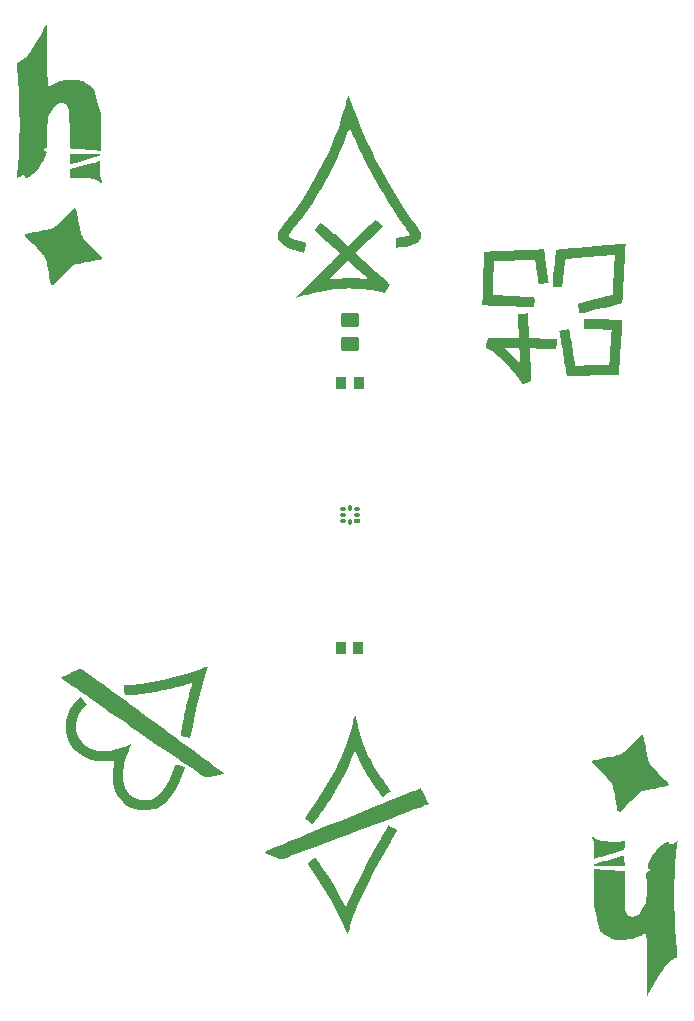
<source format=gts>
G04 #@! TF.GenerationSoftware,KiCad,Pcbnew,9.0.3*
G04 #@! TF.CreationDate,2025-07-14T03:19:36-04:00*
G04 #@! TF.ProjectId,CHEAPSUITS,43484541-5053-4554-9954-532e6b696361,rev?*
G04 #@! TF.SameCoordinates,Original*
G04 #@! TF.FileFunction,Soldermask,Top*
G04 #@! TF.FilePolarity,Negative*
%FSLAX46Y46*%
G04 Gerber Fmt 4.6, Leading zero omitted, Abs format (unit mm)*
G04 Created by KiCad (PCBNEW 9.0.3) date 2025-07-14 03:19:36*
%MOMM*%
%LPD*%
G01*
G04 APERTURE LIST*
G04 Aperture macros list*
%AMRoundRect*
0 Rectangle with rounded corners*
0 $1 Rounding radius*
0 $2 $3 $4 $5 $6 $7 $8 $9 X,Y pos of 4 corners*
0 Add a 4 corners polygon primitive as box body*
4,1,4,$2,$3,$4,$5,$6,$7,$8,$9,$2,$3,0*
0 Add four circle primitives for the rounded corners*
1,1,$1+$1,$2,$3*
1,1,$1+$1,$4,$5*
1,1,$1+$1,$6,$7*
1,1,$1+$1,$8,$9*
0 Add four rect primitives between the rounded corners*
20,1,$1+$1,$2,$3,$4,$5,0*
20,1,$1+$1,$4,$5,$6,$7,0*
20,1,$1+$1,$6,$7,$8,$9,0*
20,1,$1+$1,$8,$9,$2,$3,0*%
G04 Aperture macros list end*
%ADD10C,0.000000*%
%ADD11RoundRect,0.050800X0.699750X-0.500000X0.699750X0.500000X-0.699750X0.500000X-0.699750X-0.500000X0*%
%ADD12RoundRect,0.050800X0.200000X0.140000X-0.200000X0.140000X-0.200000X-0.140000X0.200000X-0.140000X0*%
%ADD13RoundRect,0.050800X0.200000X0.110000X-0.200000X0.110000X-0.200000X-0.110000X0.200000X-0.110000X0*%
%ADD14RoundRect,0.050800X-0.110000X0.200000X-0.110000X-0.200000X0.110000X-0.200000X0.110000X0.200000X0*%
%ADD15RoundRect,0.050800X0.400000X0.450000X-0.400000X0.450000X-0.400000X-0.450000X0.400000X-0.450000X0*%
%ADD16RoundRect,0.050800X0.403250X0.432000X-0.403250X0.432000X-0.403250X-0.432000X0.403250X-0.432000X0*%
G04 APERTURE END LIST*
D10*
G04 #@! TO.C,G\u002A\u002A\u002A*
G36*
X168659207Y-67060497D02*
G01*
X168654475Y-67175386D01*
X168645810Y-67355094D01*
X168633701Y-67591072D01*
X168618637Y-67874767D01*
X168601106Y-68197631D01*
X168581598Y-68551111D01*
X168560601Y-68926658D01*
X168538603Y-69315721D01*
X168516095Y-69709749D01*
X168493565Y-70100192D01*
X168471501Y-70478499D01*
X168450392Y-70836120D01*
X168430728Y-71164503D01*
X168412997Y-71455098D01*
X168397688Y-71699356D01*
X168385290Y-71888724D01*
X168376291Y-72014653D01*
X168371181Y-72068591D01*
X168370749Y-72069976D01*
X168330111Y-72080955D01*
X168217882Y-72109187D01*
X168042250Y-72152664D01*
X167811399Y-72209378D01*
X167533516Y-72277322D01*
X167216787Y-72354487D01*
X166869397Y-72438867D01*
X166637541Y-72495055D01*
X166272520Y-72583522D01*
X165930906Y-72666481D01*
X165621230Y-72741848D01*
X165352026Y-72807538D01*
X165131826Y-72861467D01*
X164969164Y-72901551D01*
X164872572Y-72925707D01*
X164849799Y-72931712D01*
X164816244Y-72925313D01*
X164784027Y-72876752D01*
X164748327Y-72774340D01*
X164704327Y-72606392D01*
X164688628Y-72540806D01*
X164649957Y-72368768D01*
X164622191Y-72228955D01*
X164608585Y-72138851D01*
X164609328Y-72114621D01*
X164651831Y-72101601D01*
X164765150Y-72071503D01*
X164940339Y-72026583D01*
X165168455Y-71969093D01*
X165440554Y-71901286D01*
X165747692Y-71825416D01*
X166080925Y-71743738D01*
X166093842Y-71740584D01*
X166458364Y-71650356D01*
X166782701Y-71567610D01*
X167059932Y-71494255D01*
X167283138Y-71432202D01*
X167445396Y-71383359D01*
X167539786Y-71349638D01*
X167561877Y-71335444D01*
X167564445Y-71285456D01*
X167571328Y-71162480D01*
X167582008Y-70975454D01*
X167595970Y-70733315D01*
X167612697Y-70445002D01*
X167631674Y-70119452D01*
X167652385Y-69765602D01*
X167660544Y-69626556D01*
X167681542Y-69266286D01*
X167700683Y-68932580D01*
X167717495Y-68634090D01*
X167731504Y-68379470D01*
X167742237Y-68177372D01*
X167749220Y-68036450D01*
X167751980Y-67965355D01*
X167751799Y-67958411D01*
X167710951Y-67960746D01*
X167596026Y-67969797D01*
X167414682Y-67984902D01*
X167174575Y-68005401D01*
X166883365Y-68030632D01*
X166548710Y-68059936D01*
X166178267Y-68092651D01*
X165779694Y-68128117D01*
X165642469Y-68140386D01*
X165174141Y-68182409D01*
X164780990Y-68218079D01*
X164456443Y-68248250D01*
X164193926Y-68273775D01*
X163986865Y-68295506D01*
X163828686Y-68314295D01*
X163712816Y-68330997D01*
X163632682Y-68346463D01*
X163581708Y-68361546D01*
X163553322Y-68377099D01*
X163540950Y-68393975D01*
X163538018Y-68413026D01*
X163538011Y-68413378D01*
X163532873Y-68496187D01*
X163520055Y-68641066D01*
X163500975Y-68835337D01*
X163477054Y-69066323D01*
X163449711Y-69321345D01*
X163420366Y-69587725D01*
X163390440Y-69852787D01*
X163361351Y-70103852D01*
X163334520Y-70328241D01*
X163311366Y-70513278D01*
X163293309Y-70646284D01*
X163281769Y-70714581D01*
X163279607Y-70720786D01*
X163230284Y-70728383D01*
X163122091Y-70727622D01*
X162977598Y-70720264D01*
X162819377Y-70708073D01*
X162669999Y-70692810D01*
X162552034Y-70676236D01*
X162488053Y-70660114D01*
X162485821Y-70658817D01*
X162478530Y-70610261D01*
X162481535Y-70482766D01*
X162494646Y-70278787D01*
X162517674Y-70000780D01*
X162550427Y-69651201D01*
X162592715Y-69232505D01*
X162607302Y-69093115D01*
X162643933Y-68747323D01*
X162678087Y-68428167D01*
X162708779Y-68144616D01*
X162735022Y-67905642D01*
X162755830Y-67720216D01*
X162770217Y-67597309D01*
X162777196Y-67545893D01*
X162777507Y-67544929D01*
X162818848Y-67539377D01*
X162934030Y-67527411D01*
X163115160Y-67509737D01*
X163354347Y-67487059D01*
X163643700Y-67460084D01*
X163975328Y-67429517D01*
X164341339Y-67396064D01*
X164733843Y-67360430D01*
X165144948Y-67323321D01*
X165566762Y-67285442D01*
X165991395Y-67247500D01*
X166410955Y-67210200D01*
X166817551Y-67174246D01*
X167203292Y-67140346D01*
X167560286Y-67109205D01*
X167880643Y-67081527D01*
X168156470Y-67058020D01*
X168379877Y-67039388D01*
X168542973Y-67026337D01*
X168637866Y-67019572D01*
X168659517Y-67018979D01*
X168659207Y-67060497D01*
G37*
G36*
X145222335Y-54520449D02*
G01*
X145266891Y-54632670D01*
X145329199Y-54797989D01*
X145404673Y-55004192D01*
X145488725Y-55239066D01*
X145505030Y-55285199D01*
X145878938Y-56301770D01*
X146269469Y-57274403D01*
X146688477Y-58230564D01*
X147147819Y-59197720D01*
X147470907Y-59839965D01*
X147935468Y-60718315D01*
X148430263Y-61603944D01*
X148946150Y-62481955D01*
X149473985Y-63337452D01*
X150004627Y-64155538D01*
X150528932Y-64921315D01*
X150929547Y-65475336D01*
X151085029Y-65687071D01*
X151197083Y-65848381D01*
X151272732Y-65973570D01*
X151318997Y-66076944D01*
X151342902Y-66172806D01*
X151351469Y-66275461D01*
X151352194Y-66336255D01*
X151313353Y-66566638D01*
X151197811Y-66769281D01*
X151006242Y-66943804D01*
X150739317Y-67089831D01*
X150397709Y-67206980D01*
X149982089Y-67294875D01*
X149557170Y-67347584D01*
X149259674Y-67374659D01*
X149259674Y-66946687D01*
X149259674Y-66518714D01*
X149639238Y-66470249D01*
X149888775Y-66433117D01*
X150102850Y-66391035D01*
X150270821Y-66346957D01*
X150382044Y-66303837D01*
X150425879Y-66264628D01*
X150423465Y-66252591D01*
X150390458Y-66205033D01*
X150318384Y-66104479D01*
X150216745Y-65964089D01*
X150095044Y-65797021D01*
X150047853Y-65732474D01*
X149703127Y-65248096D01*
X149333065Y-64703774D01*
X148946841Y-64114023D01*
X148553628Y-63493358D01*
X148162602Y-62856293D01*
X147782936Y-62217343D01*
X147423805Y-61591023D01*
X147373824Y-61501839D01*
X147187377Y-61160411D01*
X146979355Y-60766193D01*
X146757568Y-60334988D01*
X146529824Y-59882600D01*
X146303930Y-59424832D01*
X146087694Y-58977488D01*
X145888926Y-58556372D01*
X145715433Y-58177287D01*
X145590221Y-57891841D01*
X145484014Y-57643761D01*
X145404819Y-57463074D01*
X145347760Y-57341549D01*
X145307965Y-57270959D01*
X145280558Y-57243075D01*
X145260666Y-57249668D01*
X145243415Y-57282509D01*
X145237797Y-57296849D01*
X145205220Y-57382884D01*
X145151464Y-57525579D01*
X145084127Y-57704733D01*
X145014295Y-57890853D01*
X144776812Y-58493877D01*
X144500065Y-59144078D01*
X144193139Y-59822318D01*
X143865119Y-60509461D01*
X143525089Y-61186369D01*
X143182134Y-61833904D01*
X142917462Y-62307990D01*
X142555122Y-62918828D01*
X142162643Y-63541263D01*
X141751605Y-64158459D01*
X141333588Y-64753581D01*
X140920173Y-65309794D01*
X140522942Y-65810260D01*
X140439222Y-65910795D01*
X140298297Y-66085057D01*
X140195168Y-66226484D01*
X140136309Y-66325600D01*
X140125867Y-66369362D01*
X140187154Y-66434948D01*
X140321826Y-66513943D01*
X140522820Y-66603555D01*
X140783069Y-66700992D01*
X141095507Y-66803463D01*
X141453068Y-66908174D01*
X141570714Y-66940315D01*
X141587637Y-66977429D01*
X141583149Y-67078068D01*
X141556726Y-67248315D01*
X141534150Y-67366346D01*
X141492172Y-67562010D01*
X141456912Y-67688017D01*
X141424153Y-67756046D01*
X141389682Y-67777779D01*
X141385630Y-67777845D01*
X141317676Y-67765668D01*
X141193999Y-67735122D01*
X141037321Y-67691955D01*
X140978916Y-67674936D01*
X140505464Y-67521332D01*
X140110856Y-67362811D01*
X139791908Y-67196980D01*
X139545435Y-67021446D01*
X139368252Y-66833819D01*
X139257174Y-66631705D01*
X139209016Y-66412712D01*
X139206362Y-66343439D01*
X139210868Y-66233994D01*
X139228959Y-66134798D01*
X139267492Y-66033784D01*
X139333326Y-65918882D01*
X139433318Y-65778025D01*
X139574326Y-65599145D01*
X139751361Y-65384392D01*
X140475382Y-64465122D01*
X141175884Y-63475710D01*
X141846622Y-62426243D01*
X142481354Y-61326807D01*
X143073836Y-60187489D01*
X143424265Y-59450142D01*
X143775453Y-58659968D01*
X144083254Y-57914396D01*
X144354947Y-57193465D01*
X144597809Y-56477217D01*
X144819119Y-55745692D01*
X144954694Y-55253183D01*
X145020679Y-55011357D01*
X145081402Y-54801329D01*
X145133345Y-54634267D01*
X145172993Y-54521342D01*
X145196829Y-54473724D01*
X145200122Y-54473538D01*
X145222335Y-54520449D01*
G37*
G36*
X122547818Y-105443598D02*
G01*
X122613965Y-105496745D01*
X122702213Y-105602081D01*
X122825547Y-105766277D01*
X122834503Y-105778357D01*
X123041178Y-106057147D01*
X122817737Y-106280588D01*
X122527755Y-106621245D01*
X122312332Y-106984246D01*
X122171807Y-107362581D01*
X122106520Y-107749237D01*
X122116810Y-108137205D01*
X122203017Y-108519472D01*
X122365480Y-108889027D01*
X122604539Y-109238859D01*
X122670704Y-109316143D01*
X122937617Y-109555779D01*
X123264686Y-109747633D01*
X123643106Y-109888419D01*
X124064074Y-109974850D01*
X124512522Y-110003651D01*
X124783081Y-109995212D01*
X125037620Y-109967395D01*
X125294153Y-109915884D01*
X125570695Y-109836364D01*
X125885260Y-109724518D01*
X126198608Y-109599733D01*
X126402523Y-109516925D01*
X126578174Y-109447894D01*
X126712373Y-109397638D01*
X126791931Y-109371158D01*
X126807927Y-109368737D01*
X126798065Y-109409485D01*
X126761311Y-109512154D01*
X126702858Y-109663130D01*
X126627893Y-109848795D01*
X126590185Y-109939964D01*
X126425456Y-110355603D01*
X126300814Y-110721128D01*
X126211940Y-111055440D01*
X126154510Y-111377438D01*
X126124204Y-111706024D01*
X126116540Y-112011598D01*
X126134063Y-112433591D01*
X126189407Y-112793031D01*
X126286731Y-113102214D01*
X126430196Y-113373435D01*
X126623961Y-113618987D01*
X126680077Y-113677134D01*
X126961425Y-113906931D01*
X127272682Y-114062039D01*
X127617150Y-114143520D01*
X127998132Y-114152429D01*
X128125204Y-114140498D01*
X128410889Y-114092568D01*
X128648041Y-114016607D01*
X128862755Y-113900188D01*
X129081129Y-113730880D01*
X129186586Y-113635029D01*
X129493412Y-113310997D01*
X129760934Y-112949877D01*
X129994887Y-112541357D01*
X130201004Y-112075124D01*
X130385020Y-111540867D01*
X130424220Y-111409351D01*
X130466472Y-111267580D01*
X130499753Y-111162740D01*
X130517925Y-111114010D01*
X130519166Y-111112677D01*
X130579079Y-111125092D01*
X130691868Y-111153362D01*
X130836437Y-111191678D01*
X130991691Y-111234236D01*
X131136536Y-111275229D01*
X131249877Y-111308849D01*
X131310620Y-111329292D01*
X131315285Y-111331817D01*
X131316402Y-111382861D01*
X131292443Y-111495920D01*
X131248087Y-111656523D01*
X131188010Y-111850199D01*
X131116892Y-112062479D01*
X131039408Y-112278891D01*
X130960239Y-112484967D01*
X130884060Y-112666235D01*
X130883507Y-112667475D01*
X130609167Y-113207912D01*
X130294169Y-113686033D01*
X129929373Y-114115297D01*
X129835586Y-114210386D01*
X129574098Y-114451366D01*
X129332108Y-114633452D01*
X129088487Y-114769051D01*
X128822103Y-114870571D01*
X128615420Y-114926893D01*
X128319561Y-114979157D01*
X127996086Y-115005007D01*
X127672261Y-115004340D01*
X127375355Y-114977054D01*
X127162905Y-114932384D01*
X126785216Y-114791646D01*
X126449700Y-114597698D01*
X126134697Y-114337511D01*
X126072017Y-114276143D01*
X125810699Y-113984281D01*
X125607788Y-113686084D01*
X125457408Y-113366844D01*
X125353684Y-113011852D01*
X125290738Y-112606402D01*
X125266766Y-112260612D01*
X125267397Y-111681040D01*
X125320051Y-111146717D01*
X125362270Y-110910057D01*
X125376693Y-110818590D01*
X125362119Y-110788837D01*
X125312626Y-110802223D01*
X125218826Y-110823169D01*
X125061899Y-110839468D01*
X124860675Y-110850800D01*
X124633980Y-110856846D01*
X124400643Y-110857286D01*
X124179491Y-110851800D01*
X123989353Y-110840068D01*
X123876253Y-110826629D01*
X123361424Y-110706790D01*
X122892822Y-110522416D01*
X122473965Y-110276454D01*
X122108369Y-109971849D01*
X121799551Y-109611549D01*
X121551028Y-109198498D01*
X121366315Y-108735642D01*
X121361474Y-108719966D01*
X121266177Y-108271968D01*
X121246664Y-107812070D01*
X121299722Y-107350613D01*
X121422139Y-106897940D01*
X121610703Y-106464392D01*
X121862201Y-106060311D01*
X122173421Y-105696040D01*
X122352130Y-105530607D01*
X122429885Y-105467198D01*
X122490786Y-105435972D01*
X122547818Y-105443598D01*
G37*
G36*
X147566946Y-64988825D02*
G01*
X147651374Y-65070189D01*
X147763054Y-65184095D01*
X147836146Y-65261084D01*
X148110067Y-65552964D01*
X146942628Y-66689504D01*
X145775189Y-67826043D01*
X147227404Y-69126380D01*
X147519328Y-69388489D01*
X147791763Y-69634482D01*
X148038733Y-69858865D01*
X148254261Y-70056141D01*
X148432370Y-70220814D01*
X148567083Y-70347390D01*
X148652422Y-70430372D01*
X148682409Y-70464232D01*
X148664650Y-70514164D01*
X148614642Y-70617597D01*
X148541156Y-70756951D01*
X148491801Y-70846295D01*
X148398308Y-71007863D01*
X148331400Y-71107800D01*
X148280892Y-71157843D01*
X148236594Y-71169730D01*
X148214822Y-71165413D01*
X148142582Y-71147049D01*
X148009612Y-71116411D01*
X147835533Y-71077923D01*
X147659351Y-71040110D01*
X147056664Y-70935317D01*
X146396646Y-70862416D01*
X145698305Y-70823183D01*
X145264381Y-70816540D01*
X144798386Y-70821939D01*
X144370854Y-70839746D01*
X143965147Y-70872380D01*
X143564624Y-70922257D01*
X143152647Y-70991793D01*
X142712577Y-71083405D01*
X142227774Y-71199511D01*
X141726520Y-71330421D01*
X141453605Y-71403401D01*
X141206559Y-71468674D01*
X140996542Y-71523355D01*
X140834713Y-71564560D01*
X140732229Y-71589406D01*
X140700672Y-71595573D01*
X140720895Y-71567928D01*
X140794242Y-71489223D01*
X140914793Y-71365401D01*
X141076629Y-71202405D01*
X141273831Y-71006175D01*
X141500481Y-70782654D01*
X141750659Y-70537784D01*
X141873567Y-70418099D01*
X142171382Y-70128269D01*
X142239194Y-70062161D01*
X143470033Y-70062161D01*
X143707907Y-70030022D01*
X143818814Y-70019471D01*
X143996137Y-70007923D01*
X144224246Y-69996152D01*
X144487507Y-69984931D01*
X144770289Y-69975035D01*
X144889561Y-69971504D01*
X145317192Y-69963639D01*
X145714752Y-69964321D01*
X146065290Y-69973323D01*
X146351854Y-69990414D01*
X146363000Y-69991372D01*
X146561576Y-70007803D01*
X146728050Y-70019856D01*
X146846785Y-70026525D01*
X146902146Y-70026808D01*
X146904145Y-70026134D01*
X146877835Y-69996908D01*
X146797835Y-69919913D01*
X146671640Y-69802079D01*
X146506743Y-69650333D01*
X146310639Y-69471604D01*
X146090822Y-69272819D01*
X146033209Y-69220953D01*
X145150786Y-68427258D01*
X144527766Y-69034563D01*
X144325881Y-69231272D01*
X144128930Y-69423021D01*
X143949913Y-69597166D01*
X143801831Y-69741059D01*
X143697684Y-69842056D01*
X143687390Y-69852014D01*
X143470033Y-70062161D01*
X142239194Y-70062161D01*
X142481788Y-69825661D01*
X142792762Y-69522033D01*
X143092281Y-69229140D01*
X143368321Y-68958739D01*
X143608861Y-68722587D01*
X143793025Y-68541182D01*
X144501982Y-67841128D01*
X143411464Y-66862532D01*
X143160284Y-66635699D01*
X142930261Y-66425206D01*
X142728178Y-66237474D01*
X142560816Y-66078925D01*
X142434961Y-65955981D01*
X142357395Y-65875061D01*
X142334554Y-65843111D01*
X142367167Y-65793044D01*
X142438859Y-65702844D01*
X142534788Y-65589363D01*
X142640118Y-65469450D01*
X142740008Y-65359956D01*
X142819619Y-65277731D01*
X142864113Y-65239627D01*
X142866762Y-65238765D01*
X142902800Y-65264637D01*
X142992707Y-65339533D01*
X143129538Y-65457374D01*
X143306344Y-65612080D01*
X143516179Y-65797571D01*
X143752095Y-66007769D01*
X144007147Y-66236593D01*
X144013783Y-66242567D01*
X145131906Y-67249207D01*
X145626242Y-66765857D01*
X145811017Y-66584967D01*
X146036076Y-66364293D01*
X146283256Y-66121663D01*
X146534394Y-65874908D01*
X146771330Y-65641855D01*
X146803102Y-65610580D01*
X146997796Y-65421083D01*
X147174130Y-65253583D01*
X147323499Y-65115923D01*
X147437296Y-65015942D01*
X147506912Y-64961482D01*
X147523926Y-64953929D01*
X147566946Y-64988825D01*
G37*
G36*
X165524229Y-73387946D02*
G01*
X165663622Y-73393262D01*
X165870472Y-73400616D01*
X166130207Y-73409518D01*
X166428258Y-73419475D01*
X166750051Y-73429995D01*
X167081016Y-73440587D01*
X167124980Y-73441976D01*
X167433769Y-73452306D01*
X167715284Y-73462855D01*
X167959272Y-73473149D01*
X168155482Y-73482714D01*
X168293661Y-73491075D01*
X168363558Y-73497758D01*
X168369954Y-73499571D01*
X168371370Y-73543195D01*
X168367629Y-73659707D01*
X168359306Y-73840128D01*
X168346977Y-74075480D01*
X168331215Y-74356783D01*
X168312597Y-74675057D01*
X168291697Y-75021325D01*
X168269091Y-75386606D01*
X168245353Y-75761923D01*
X168221059Y-76138295D01*
X168196784Y-76506744D01*
X168173102Y-76858291D01*
X168150589Y-77183956D01*
X168129821Y-77474761D01*
X168111371Y-77721726D01*
X168095815Y-77915872D01*
X168083729Y-78048221D01*
X168075686Y-78109793D01*
X168074478Y-78112990D01*
X168026867Y-78121678D01*
X167907312Y-78130465D01*
X167724948Y-78139216D01*
X167488909Y-78147800D01*
X167208327Y-78156084D01*
X166892338Y-78163934D01*
X166550075Y-78171218D01*
X166190673Y-78177802D01*
X165823264Y-78183555D01*
X165456983Y-78188343D01*
X165100963Y-78192033D01*
X164764340Y-78194492D01*
X164456246Y-78195587D01*
X164185816Y-78195186D01*
X163962183Y-78193156D01*
X163794481Y-78189363D01*
X163691845Y-78183675D01*
X163662582Y-78177180D01*
X163656199Y-78131653D01*
X163638129Y-78015109D01*
X163609995Y-77837513D01*
X163573416Y-77608827D01*
X163530013Y-77339018D01*
X163481406Y-77038050D01*
X163429217Y-76715887D01*
X163375065Y-76382494D01*
X163320571Y-76047835D01*
X163267356Y-75721875D01*
X163217041Y-75414578D01*
X163171246Y-75135909D01*
X163131592Y-74895832D01*
X163099699Y-74704313D01*
X163077188Y-74571314D01*
X163065679Y-74506802D01*
X163065499Y-74505925D01*
X163058332Y-74457865D01*
X163069796Y-74424184D01*
X163113671Y-74398765D01*
X163203735Y-74375491D01*
X163353768Y-74348248D01*
X163461200Y-74330292D01*
X163635515Y-74302574D01*
X163776548Y-74282477D01*
X163866826Y-74272350D01*
X163890607Y-74272567D01*
X163899663Y-74314337D01*
X163920180Y-74427856D01*
X163950588Y-74603848D01*
X163989317Y-74833036D01*
X164034799Y-75106141D01*
X164085462Y-75413888D01*
X164132071Y-75699734D01*
X164186733Y-76035577D01*
X164238133Y-76349760D01*
X164284578Y-76632058D01*
X164324375Y-76872242D01*
X164355830Y-77060087D01*
X164377250Y-77185365D01*
X164386048Y-77233786D01*
X164410215Y-77352324D01*
X165831633Y-77322344D01*
X166164917Y-77314798D01*
X166471528Y-77306864D01*
X166741963Y-77298865D01*
X166966721Y-77291122D01*
X167136302Y-77283960D01*
X167241202Y-77277699D01*
X167272336Y-77273426D01*
X167278834Y-77230298D01*
X167289471Y-77116610D01*
X167303503Y-76943589D01*
X167320187Y-76722467D01*
X167338778Y-76464473D01*
X167358532Y-76180837D01*
X167378704Y-75882788D01*
X167398552Y-75581555D01*
X167417330Y-75288369D01*
X167434294Y-75014460D01*
X167448701Y-74771056D01*
X167459805Y-74569388D01*
X167466863Y-74420686D01*
X167469131Y-74336178D01*
X167467987Y-74321029D01*
X167425958Y-74317018D01*
X167312346Y-74310795D01*
X167137589Y-74302807D01*
X166912129Y-74293502D01*
X166646406Y-74283326D01*
X166350859Y-74272726D01*
X166296202Y-74270839D01*
X165995764Y-74259819D01*
X165722680Y-74248452D01*
X165487526Y-74237284D01*
X165300875Y-74226867D01*
X165173304Y-74217747D01*
X165115388Y-74210474D01*
X165113228Y-74209459D01*
X165106864Y-74161934D01*
X165107016Y-74051205D01*
X165113365Y-73895851D01*
X165120625Y-73780270D01*
X165149528Y-73372588D01*
X165524229Y-73387946D01*
G37*
G36*
X161731605Y-67518735D02*
G01*
X161731708Y-67518832D01*
X161743600Y-67564835D01*
X161764636Y-67680150D01*
X161793189Y-67853428D01*
X161827631Y-68073321D01*
X161866333Y-68328481D01*
X161907668Y-68607560D01*
X161950008Y-68899210D01*
X161991725Y-69192082D01*
X162031191Y-69474828D01*
X162066778Y-69736100D01*
X162096858Y-69964550D01*
X162119803Y-70148830D01*
X162133985Y-70277592D01*
X162137776Y-70339487D01*
X162136879Y-70343210D01*
X162090531Y-70355270D01*
X161985446Y-70373513D01*
X161844422Y-70394769D01*
X161690255Y-70415866D01*
X161545742Y-70433633D01*
X161433681Y-70444899D01*
X161389030Y-70447234D01*
X161359233Y-70444841D01*
X161334725Y-70431381D01*
X161313339Y-70397437D01*
X161292903Y-70333590D01*
X161271249Y-70230422D01*
X161246207Y-70078513D01*
X161215607Y-69868447D01*
X161177280Y-69590803D01*
X161156390Y-69437304D01*
X161108829Y-69097240D01*
X161068593Y-68832599D01*
X161034506Y-68637174D01*
X161005392Y-68504763D01*
X160980074Y-68429159D01*
X160960636Y-68404919D01*
X160908159Y-68401844D01*
X160782643Y-68402401D01*
X160593021Y-68406321D01*
X160348229Y-68413339D01*
X160057202Y-68423185D01*
X159728874Y-68435591D01*
X159372181Y-68450291D01*
X159208730Y-68457409D01*
X157515339Y-68532354D01*
X157489208Y-69110230D01*
X157480377Y-69341137D01*
X157471853Y-69628599D01*
X157464250Y-69947104D01*
X157458182Y-70271140D01*
X157454509Y-70549819D01*
X157445942Y-71411532D01*
X159169367Y-71480003D01*
X159537826Y-71494690D01*
X159880845Y-71508454D01*
X160189746Y-71520940D01*
X160455849Y-71531794D01*
X160670475Y-71540660D01*
X160824944Y-71547183D01*
X160910578Y-71551009D01*
X160925003Y-71551813D01*
X160937315Y-71591401D01*
X160945109Y-71695658D01*
X160947545Y-71847271D01*
X160945520Y-71975748D01*
X160939013Y-72165693D01*
X160930023Y-72288388D01*
X160915287Y-72358645D01*
X160891541Y-72391279D01*
X160855522Y-72401103D01*
X160851758Y-72401363D01*
X160795794Y-72400766D01*
X160665875Y-72397170D01*
X160470047Y-72390862D01*
X160216358Y-72382125D01*
X159912855Y-72371245D01*
X159567584Y-72358507D01*
X159188592Y-72344196D01*
X158783926Y-72328596D01*
X158656443Y-72323619D01*
X158248524Y-72307562D01*
X157866248Y-72292359D01*
X157517296Y-72278325D01*
X157209349Y-72265777D01*
X156950086Y-72255031D01*
X156747191Y-72246404D01*
X156608342Y-72240211D01*
X156541221Y-72236770D01*
X156536107Y-72236284D01*
X156534989Y-72195106D01*
X156536645Y-72080978D01*
X156540769Y-71902959D01*
X156547051Y-71670108D01*
X156555184Y-71391486D01*
X156564861Y-71076152D01*
X156575772Y-70733165D01*
X156587610Y-70371584D01*
X156600067Y-70000471D01*
X156612834Y-69628883D01*
X156625604Y-69265881D01*
X156638069Y-68920524D01*
X156649921Y-68601872D01*
X156660851Y-68318984D01*
X156670552Y-68080919D01*
X156678715Y-67896738D01*
X156685033Y-67775500D01*
X156689197Y-67726264D01*
X156689476Y-67725655D01*
X156735589Y-67718763D01*
X156854847Y-67709426D01*
X157038639Y-67697997D01*
X157278359Y-67684829D01*
X157565397Y-67670275D01*
X157891144Y-67654688D01*
X158246994Y-67638421D01*
X158624336Y-67621828D01*
X159014562Y-67605261D01*
X159409064Y-67589074D01*
X159799234Y-67573620D01*
X160176463Y-67559251D01*
X160532142Y-67546322D01*
X160857664Y-67535184D01*
X161144419Y-67526191D01*
X161383799Y-67519697D01*
X161567196Y-67516054D01*
X161686001Y-67515616D01*
X161731605Y-67518735D01*
G37*
G36*
X160381300Y-73048874D02*
G01*
X160383940Y-73112647D01*
X160390693Y-73240539D01*
X160400727Y-73418807D01*
X160413210Y-73633705D01*
X160427308Y-73871488D01*
X160442190Y-74118413D01*
X160457024Y-74360733D01*
X160470976Y-74584706D01*
X160483215Y-74776585D01*
X160492908Y-74922627D01*
X160499222Y-75009087D01*
X160501085Y-75026764D01*
X160540884Y-75028873D01*
X160652371Y-75032728D01*
X160825194Y-75038024D01*
X161048997Y-75044456D01*
X161313427Y-75051721D01*
X161608130Y-75059514D01*
X161662131Y-75060911D01*
X161961881Y-75069137D01*
X162233894Y-75077547D01*
X162467660Y-75085740D01*
X162652669Y-75093317D01*
X162778411Y-75099874D01*
X162834376Y-75105012D01*
X162836185Y-75105706D01*
X162839701Y-75150286D01*
X162837270Y-75258559D01*
X162829508Y-75412415D01*
X162821637Y-75531935D01*
X162792196Y-75943271D01*
X161668100Y-75917431D01*
X160544003Y-75891592D01*
X160545535Y-75990495D01*
X160548307Y-76055063D01*
X160555424Y-76190663D01*
X160566271Y-76386410D01*
X160580232Y-76631416D01*
X160596690Y-76914797D01*
X160615029Y-77225667D01*
X160623123Y-77361451D01*
X160641084Y-77676348D01*
X160655865Y-77964573D01*
X160667076Y-78216011D01*
X160674331Y-78420551D01*
X160677242Y-78568079D01*
X160675422Y-78648483D01*
X160672883Y-78660150D01*
X160624106Y-78681784D01*
X160514746Y-78717960D01*
X160363673Y-78762664D01*
X160268318Y-78789065D01*
X159890049Y-78891333D01*
X159780752Y-78700867D01*
X159623092Y-78452849D01*
X159416069Y-78167989D01*
X159172774Y-77862686D01*
X158906299Y-77553340D01*
X158629735Y-77256350D01*
X158617991Y-77244287D01*
X158275592Y-76904720D01*
X157957570Y-76615715D01*
X157642828Y-76359515D01*
X157310267Y-76118368D01*
X157158704Y-76016316D01*
X157009058Y-75914925D01*
X156937796Y-75863713D01*
X158457123Y-75863713D01*
X159100482Y-76510379D01*
X159286783Y-76697375D01*
X159452423Y-76863129D01*
X159589098Y-76999375D01*
X159688506Y-77097847D01*
X159742346Y-77150277D01*
X159749558Y-77156663D01*
X159749209Y-77117969D01*
X159744397Y-77011768D01*
X159735870Y-76852456D01*
X159724372Y-76654429D01*
X159718721Y-76561289D01*
X159704422Y-76345775D01*
X159689961Y-76157719D01*
X159676724Y-76013216D01*
X159666100Y-75928362D01*
X159662999Y-75915005D01*
X159630284Y-75893265D01*
X159545319Y-75878029D01*
X159399598Y-75868583D01*
X159184611Y-75864215D01*
X159050478Y-75863713D01*
X158457123Y-75863713D01*
X156937796Y-75863713D01*
X156889546Y-75829039D01*
X156814034Y-75768942D01*
X156794634Y-75746272D01*
X156806650Y-75697384D01*
X156834436Y-75588415D01*
X156873048Y-75438693D01*
X156894068Y-75357669D01*
X156988267Y-74995244D01*
X158316258Y-75008880D01*
X159644249Y-75022517D01*
X159622226Y-74755797D01*
X159608939Y-74581429D01*
X159594506Y-74369466D01*
X159579673Y-74133700D01*
X159565188Y-73887921D01*
X159551796Y-73645924D01*
X159540244Y-73421498D01*
X159531278Y-73228437D01*
X159525645Y-73080533D01*
X159524091Y-72991577D01*
X159525678Y-72971843D01*
X159569484Y-72965373D01*
X159677440Y-72956851D01*
X159831695Y-72947541D01*
X159959270Y-72941156D01*
X160379868Y-72921758D01*
X160381300Y-73048874D01*
G37*
G36*
X145767299Y-106932112D02*
G01*
X145779713Y-106955597D01*
X145797828Y-107007693D01*
X145824301Y-107097255D01*
X145861787Y-107233138D01*
X145912941Y-107424198D01*
X145980421Y-107679290D01*
X146041562Y-107911208D01*
X146204328Y-108509751D01*
X146361458Y-109041568D01*
X146519483Y-109520556D01*
X146684932Y-109960609D01*
X146864337Y-110375625D01*
X147064226Y-110779500D01*
X147291131Y-111186130D01*
X147551581Y-111609410D01*
X147852107Y-112063237D01*
X148199238Y-112561506D01*
X148280523Y-112675688D01*
X148427396Y-112882461D01*
X148556496Y-113066319D01*
X148660702Y-113216946D01*
X148732892Y-113324027D01*
X148765948Y-113377245D01*
X148767267Y-113380827D01*
X148735775Y-113412743D01*
X148653133Y-113476965D01*
X148537085Y-113561211D01*
X148405381Y-113653198D01*
X148275766Y-113740644D01*
X148165987Y-113811267D01*
X148093791Y-113852784D01*
X148076677Y-113858776D01*
X148044256Y-113825556D01*
X147972997Y-113734455D01*
X147870015Y-113595591D01*
X147742424Y-113419080D01*
X147597339Y-113215037D01*
X147441875Y-112993579D01*
X147283148Y-112764822D01*
X147128272Y-112538881D01*
X146984362Y-112325873D01*
X146858532Y-112135914D01*
X146786470Y-112024352D01*
X146573781Y-111671858D01*
X146357709Y-111280715D01*
X146153322Y-110879955D01*
X145975690Y-110498610D01*
X145892968Y-110302990D01*
X145756918Y-109966015D01*
X145524827Y-110528676D01*
X145206405Y-111261957D01*
X144865798Y-111967548D01*
X144489671Y-112671588D01*
X144064686Y-113400216D01*
X144033997Y-113450788D01*
X143867874Y-113719069D01*
X143685034Y-114005928D01*
X143490988Y-114303460D01*
X143291245Y-114603760D01*
X143091317Y-114898921D01*
X142896713Y-115181038D01*
X142712945Y-115442206D01*
X142545521Y-115674520D01*
X142399954Y-115870073D01*
X142281753Y-116020960D01*
X142196429Y-116119276D01*
X142149492Y-116157115D01*
X142147474Y-116157290D01*
X142095402Y-116132472D01*
X141997274Y-116067620D01*
X141870584Y-115974629D01*
X141812016Y-115929216D01*
X141682544Y-115824557D01*
X141580357Y-115736985D01*
X141520971Y-115680016D01*
X141512422Y-115668197D01*
X141531349Y-115624906D01*
X141591678Y-115528363D01*
X141685254Y-115390734D01*
X141803925Y-115224182D01*
X141875286Y-115126885D01*
X142480102Y-114275147D01*
X143054003Y-113397162D01*
X143583857Y-112513997D01*
X144056529Y-111646716D01*
X144109800Y-111542711D01*
X144349385Y-111060130D01*
X144558329Y-110611960D01*
X144743248Y-110180610D01*
X144910759Y-109748487D01*
X145067476Y-109298003D01*
X145220015Y-108811564D01*
X145374993Y-108271581D01*
X145466046Y-107936499D01*
X145539050Y-107665645D01*
X145605912Y-107421801D01*
X145663523Y-107215962D01*
X145708776Y-107059122D01*
X145738564Y-106962275D01*
X145748953Y-106935553D01*
X145757931Y-106928383D01*
X145767299Y-106932112D01*
G37*
G36*
X122583377Y-103022532D02*
G01*
X122688004Y-103096068D01*
X122850107Y-103212016D01*
X123065699Y-103367450D01*
X123330792Y-103559443D01*
X123641399Y-103785067D01*
X123993533Y-104041394D01*
X124383206Y-104325499D01*
X124806432Y-104634452D01*
X125259221Y-104965328D01*
X125737588Y-105315199D01*
X126237545Y-105681138D01*
X126755104Y-106060217D01*
X127286278Y-106449509D01*
X127827080Y-106846087D01*
X128373522Y-107247024D01*
X128921617Y-107649392D01*
X129467378Y-108050265D01*
X130006816Y-108446714D01*
X130535946Y-108835814D01*
X131050778Y-109214635D01*
X131547327Y-109580252D01*
X132021604Y-109929737D01*
X132469623Y-110260163D01*
X132887396Y-110568602D01*
X133270935Y-110852128D01*
X133616253Y-111107812D01*
X133919362Y-111332728D01*
X134176276Y-111523949D01*
X134383008Y-111678547D01*
X134535568Y-111793595D01*
X134629971Y-111866165D01*
X134662229Y-111893332D01*
X134662191Y-111893418D01*
X134614585Y-111908977D01*
X134501512Y-111936466D01*
X134338193Y-111972815D01*
X134139847Y-112014954D01*
X133921693Y-112059814D01*
X133698952Y-112104326D01*
X133486842Y-112145421D01*
X133300584Y-112180029D01*
X133155396Y-112205080D01*
X133066499Y-112217505D01*
X133051273Y-112218298D01*
X133011597Y-112195166D01*
X132907853Y-112127644D01*
X132743445Y-112018063D01*
X132521777Y-111868751D01*
X132246253Y-111682037D01*
X131920279Y-111460252D01*
X131547257Y-111205724D01*
X131130592Y-110920782D01*
X130673688Y-110607757D01*
X130179949Y-110268977D01*
X129652780Y-109906772D01*
X129095585Y-109523471D01*
X128511767Y-109121403D01*
X127904732Y-108702899D01*
X127277882Y-108270286D01*
X126889511Y-108002037D01*
X126253339Y-107562247D01*
X125635816Y-107134863D01*
X125040287Y-106722222D01*
X124470099Y-106326660D01*
X123928599Y-105950516D01*
X123419131Y-105596125D01*
X122945044Y-105265825D01*
X122509682Y-104961954D01*
X122116393Y-104686847D01*
X121768523Y-104442843D01*
X121469418Y-104232279D01*
X121222423Y-104057491D01*
X121030887Y-103920817D01*
X120898154Y-103824594D01*
X120827571Y-103771158D01*
X120816490Y-103760541D01*
X120864693Y-103732441D01*
X120973505Y-103678686D01*
X121129906Y-103605065D01*
X121320874Y-103517364D01*
X121533389Y-103421371D01*
X121754431Y-103322874D01*
X121970977Y-103227662D01*
X122170009Y-103141521D01*
X122338504Y-103070240D01*
X122463443Y-103019606D01*
X122531804Y-102995407D01*
X122540214Y-102994336D01*
X122583377Y-103022532D01*
G37*
G36*
X148585240Y-116283942D02*
G01*
X148676265Y-116324066D01*
X148801568Y-116385821D01*
X148942783Y-116459450D01*
X149081544Y-116535196D01*
X149199487Y-116603301D01*
X149278246Y-116654009D01*
X149300708Y-116675705D01*
X149281515Y-116714513D01*
X149227169Y-116816129D01*
X149142517Y-116971703D01*
X149032404Y-117172383D01*
X148901679Y-117409317D01*
X148755187Y-117673656D01*
X148690300Y-117790406D01*
X148190176Y-118696979D01*
X147727421Y-119551167D01*
X147303083Y-120350898D01*
X146918206Y-121094101D01*
X146573838Y-121778708D01*
X146271025Y-122402646D01*
X146010814Y-122963844D01*
X145794251Y-123460233D01*
X145668097Y-123770821D01*
X145589363Y-123987756D01*
X145502530Y-124252489D01*
X145417708Y-124532797D01*
X145345014Y-124796456D01*
X145339688Y-124817186D01*
X145284443Y-125029907D01*
X145234238Y-125216284D01*
X145193375Y-125360861D01*
X145166154Y-125448182D01*
X145159527Y-125464630D01*
X145134337Y-125445443D01*
X145079853Y-125358471D01*
X144999954Y-125210993D01*
X144898515Y-125010291D01*
X144779413Y-124763645D01*
X144727496Y-124653325D01*
X144228236Y-123633246D01*
X143695494Y-122635347D01*
X143138068Y-121674827D01*
X142564759Y-120766889D01*
X142019647Y-119975536D01*
X141907808Y-119818453D01*
X141813986Y-119683075D01*
X141748643Y-119584737D01*
X141722783Y-119540450D01*
X141746088Y-119501629D01*
X141818464Y-119428221D01*
X141923877Y-119333406D01*
X142046294Y-119230367D01*
X142169682Y-119132285D01*
X142278006Y-119052342D01*
X142355235Y-119003719D01*
X142384262Y-118996624D01*
X142430836Y-119057004D01*
X142514367Y-119172762D01*
X142626056Y-119331148D01*
X142757103Y-119519412D01*
X142898706Y-119724806D01*
X143042065Y-119934580D01*
X143178381Y-120135984D01*
X143298851Y-120316269D01*
X143371303Y-120426556D01*
X143682212Y-120912237D01*
X143962564Y-121367462D01*
X144231385Y-121824051D01*
X144507702Y-122313826D01*
X144601706Y-122484386D01*
X144976409Y-123167580D01*
X145237260Y-122586971D01*
X145468542Y-122086566D01*
X145741183Y-121522341D01*
X146052407Y-120899665D01*
X146399433Y-120223907D01*
X146779486Y-119500435D01*
X147189786Y-118734618D01*
X147627556Y-117931824D01*
X147915613Y-117410562D01*
X148068519Y-117135272D01*
X148208595Y-116883159D01*
X148330876Y-116663153D01*
X148430396Y-116484184D01*
X148502190Y-116355184D01*
X148541293Y-116285083D01*
X148546859Y-116275205D01*
X148585240Y-116283942D01*
G37*
G36*
X151314492Y-113111536D02*
G01*
X151353207Y-113169156D01*
X151417807Y-113282065D01*
X151501025Y-113435921D01*
X151595592Y-113616384D01*
X151694238Y-113809113D01*
X151789696Y-113999766D01*
X151874695Y-114174005D01*
X151941969Y-114317486D01*
X151984247Y-114415871D01*
X151994927Y-114453986D01*
X151955661Y-114472316D01*
X151844446Y-114517489D01*
X151666221Y-114587646D01*
X151425922Y-114680930D01*
X151128487Y-114795481D01*
X150778852Y-114929443D01*
X150381956Y-115080955D01*
X149942734Y-115248161D01*
X149466126Y-115429202D01*
X148957067Y-115622220D01*
X148420496Y-115825357D01*
X147861349Y-116036754D01*
X147284564Y-116254553D01*
X146695078Y-116476896D01*
X146097829Y-116701925D01*
X145497753Y-116927781D01*
X144899787Y-117152607D01*
X144308871Y-117374543D01*
X143729939Y-117591732D01*
X143167930Y-117802316D01*
X142627782Y-118004437D01*
X142114430Y-118196235D01*
X141632814Y-118375853D01*
X141187869Y-118541434D01*
X140784533Y-118691117D01*
X140427744Y-118823046D01*
X140122438Y-118935361D01*
X139873554Y-119026206D01*
X139686027Y-119093721D01*
X139564796Y-119136048D01*
X139514798Y-119151330D01*
X139514116Y-119151341D01*
X139464885Y-119135187D01*
X139352153Y-119092763D01*
X139188360Y-119028923D01*
X138985944Y-118948518D01*
X138757343Y-118856400D01*
X138739018Y-118848963D01*
X138515390Y-118755845D01*
X138323975Y-118671668D01*
X138175478Y-118601521D01*
X138080604Y-118550488D01*
X138050059Y-118523657D01*
X138051350Y-118522225D01*
X138103583Y-118497767D01*
X138226204Y-118444797D01*
X138414510Y-118365234D01*
X138663800Y-118260994D01*
X138969373Y-118133996D01*
X139326526Y-117986159D01*
X139730556Y-117819400D01*
X140176764Y-117635638D01*
X140660446Y-117436791D01*
X141176900Y-117224776D01*
X141721425Y-117001512D01*
X142289319Y-116768918D01*
X142875880Y-116528911D01*
X143476406Y-116283409D01*
X144086195Y-116034331D01*
X144700545Y-115783594D01*
X145314754Y-115533117D01*
X145924121Y-115284818D01*
X146523944Y-115040615D01*
X147109520Y-114802427D01*
X147676148Y-114572170D01*
X148219125Y-114351764D01*
X148733751Y-114143127D01*
X149215323Y-113948177D01*
X149659139Y-113768831D01*
X150060497Y-113607008D01*
X150414696Y-113464627D01*
X150717033Y-113343605D01*
X150962806Y-113245860D01*
X151147315Y-113173311D01*
X151265856Y-113127875D01*
X151313728Y-113111471D01*
X151314492Y-113111536D01*
G37*
G36*
X133290106Y-102842987D02*
G01*
X133285054Y-102887006D01*
X133258028Y-102996464D01*
X133212548Y-103158794D01*
X133152136Y-103361427D01*
X133080313Y-103591797D01*
X133080044Y-103592644D01*
X132792016Y-104537336D01*
X132536132Y-105463352D01*
X132305938Y-106396652D01*
X132094981Y-107363199D01*
X131922370Y-108249738D01*
X131876410Y-108489697D01*
X131839571Y-108659134D01*
X131808694Y-108768671D01*
X131780619Y-108828928D01*
X131752188Y-108850528D01*
X131743515Y-108851084D01*
X131674203Y-108841729D01*
X131547707Y-108820205D01*
X131387293Y-108790540D01*
X131327848Y-108779061D01*
X130979060Y-108710943D01*
X130992867Y-108588055D01*
X131008313Y-108484853D01*
X131038175Y-108314916D01*
X131079761Y-108091769D01*
X131130375Y-107828942D01*
X131187326Y-107539963D01*
X131247918Y-107238358D01*
X131309459Y-106937656D01*
X131369255Y-106651385D01*
X131424612Y-106393073D01*
X131472836Y-106176248D01*
X131474891Y-106167267D01*
X131526516Y-105948298D01*
X131588101Y-105697173D01*
X131655827Y-105428437D01*
X131725876Y-105156635D01*
X131794432Y-104896314D01*
X131857676Y-104662018D01*
X131911792Y-104468293D01*
X131952962Y-104329685D01*
X131971884Y-104273630D01*
X131978918Y-104225221D01*
X131930935Y-104230837D01*
X131919706Y-104235137D01*
X131854478Y-104256761D01*
X131725729Y-104296149D01*
X131548894Y-104348695D01*
X131339412Y-104409790D01*
X131204746Y-104448555D01*
X130684082Y-104586515D01*
X130105619Y-104720190D01*
X129489578Y-104846078D01*
X128856178Y-104960675D01*
X128225638Y-105060478D01*
X127618178Y-105141984D01*
X127054016Y-105201690D01*
X126705657Y-105228038D01*
X126251737Y-105255607D01*
X126222702Y-104860061D01*
X126212323Y-104686567D01*
X126208190Y-104543977D01*
X126210644Y-104452011D01*
X126215209Y-104429660D01*
X126262492Y-104413339D01*
X126374298Y-104395669D01*
X126533162Y-104378933D01*
X126694764Y-104366987D01*
X127598688Y-104286220D01*
X128541677Y-104153533D01*
X129503223Y-103973448D01*
X130462815Y-103750489D01*
X131399943Y-103489177D01*
X132294098Y-103194035D01*
X132698277Y-103043129D01*
X132899070Y-102966966D01*
X133071843Y-102905031D01*
X133202741Y-102862007D01*
X133277912Y-102842581D01*
X133290106Y-102842987D01*
G37*
G36*
X165836488Y-117203380D02*
G01*
X165911678Y-117256547D01*
X165939076Y-117278907D01*
X166133671Y-117413871D01*
X166363782Y-117517521D01*
X166637779Y-117591442D01*
X166964034Y-117637216D01*
X167350919Y-117656425D01*
X167806804Y-117650653D01*
X167888282Y-117647450D01*
X168577211Y-117618130D01*
X168565342Y-118003007D01*
X168553473Y-118387884D01*
X167691761Y-118624160D01*
X167404147Y-118702875D01*
X167111634Y-118782670D01*
X166834675Y-118857984D01*
X166593724Y-118923257D01*
X166409237Y-118972926D01*
X166393531Y-118977128D01*
X165957015Y-119093821D01*
X165978657Y-118592683D01*
X165979556Y-118150144D01*
X165940024Y-117765621D01*
X165858430Y-117424813D01*
X165838762Y-117365893D01*
X165807447Y-117262899D01*
X165796462Y-117198145D01*
X165798610Y-117189812D01*
X165836488Y-117203380D01*
G37*
G36*
X123216335Y-59401971D02*
G01*
X123501330Y-59403334D01*
X123721325Y-59406148D01*
X123884851Y-59410860D01*
X124000441Y-59417913D01*
X124076629Y-59427753D01*
X124121946Y-59440823D01*
X124144926Y-59457570D01*
X124151341Y-59469039D01*
X124164991Y-59535277D01*
X124159682Y-59553996D01*
X124118305Y-59568998D01*
X124009768Y-59603790D01*
X123845616Y-59654901D01*
X123637391Y-59718859D01*
X123396636Y-59792192D01*
X123134894Y-59871429D01*
X122863709Y-59953099D01*
X122594623Y-60033730D01*
X122339180Y-60109850D01*
X122108922Y-60177989D01*
X121915393Y-60234674D01*
X121770137Y-60276434D01*
X121684695Y-60299798D01*
X121667324Y-60303551D01*
X121645092Y-60268081D01*
X121621647Y-60179038D01*
X121616483Y-60150485D01*
X121603391Y-60029396D01*
X121594051Y-59863424D01*
X121590597Y-59699111D01*
X121590145Y-59401615D01*
X122857807Y-59401615D01*
X123216335Y-59401971D01*
G37*
G36*
X168502115Y-118891217D02*
G01*
X168520898Y-119001679D01*
X168539903Y-119149451D01*
X168556502Y-119312247D01*
X168568070Y-119467779D01*
X168571883Y-119567609D01*
X168573990Y-119721486D01*
X167306963Y-119721486D01*
X166944321Y-119721008D01*
X166655243Y-119719303D01*
X166431229Y-119715970D01*
X166263779Y-119710606D01*
X166144392Y-119702806D01*
X166064570Y-119692168D01*
X166015811Y-119678290D01*
X165989616Y-119660767D01*
X165988030Y-119658944D01*
X165952812Y-119600558D01*
X165953093Y-119579432D01*
X165998451Y-119560774D01*
X166110378Y-119523548D01*
X166277441Y-119471090D01*
X166488204Y-119406736D01*
X166731233Y-119333822D01*
X166995094Y-119255686D01*
X167268352Y-119175662D01*
X167539572Y-119097087D01*
X167797321Y-119023297D01*
X168030163Y-118957630D01*
X168226665Y-118903420D01*
X168375391Y-118864004D01*
X168464908Y-118842719D01*
X168486180Y-118840353D01*
X168502115Y-118891217D01*
G37*
G36*
X124189898Y-60087520D02*
G01*
X124182740Y-60191467D01*
X124168235Y-60334263D01*
X124165868Y-60354747D01*
X124148505Y-60784821D01*
X124190453Y-61240911D01*
X124261643Y-61591424D01*
X124298123Y-61741755D01*
X124322985Y-61857359D01*
X124332172Y-61918862D01*
X124331247Y-61923881D01*
X124295006Y-61906409D01*
X124214646Y-61851158D01*
X124141780Y-61796380D01*
X124009027Y-61712860D01*
X123835499Y-61628905D01*
X123669889Y-61566508D01*
X123566284Y-61535714D01*
X123469112Y-61512773D01*
X123364403Y-61496687D01*
X123238187Y-61486463D01*
X123076492Y-61481105D01*
X122865348Y-61479618D01*
X122590783Y-61481007D01*
X122482633Y-61481938D01*
X121590145Y-61490047D01*
X121590145Y-61111150D01*
X121590145Y-60732252D01*
X122882842Y-60381656D01*
X123194403Y-60297630D01*
X123479720Y-60221593D01*
X123729401Y-60155975D01*
X123934056Y-60103208D01*
X124084291Y-60065725D01*
X124170715Y-60045956D01*
X124188182Y-60043701D01*
X124189898Y-60087520D01*
G37*
G36*
X170059587Y-108607564D02*
G01*
X170103062Y-108629567D01*
X170140493Y-108677235D01*
X170174974Y-108759874D01*
X170209599Y-108886789D01*
X170247462Y-109067284D01*
X170291658Y-109310666D01*
X170342927Y-109612171D01*
X170392371Y-109895026D01*
X170443271Y-110164292D01*
X170492453Y-110404748D01*
X170536746Y-110601170D01*
X170572976Y-110738336D01*
X170585403Y-110775619D01*
X170652602Y-110930241D01*
X170739418Y-111083165D01*
X170853577Y-111243792D01*
X171002804Y-111421526D01*
X171194824Y-111625771D01*
X171437363Y-111865929D01*
X171639746Y-112058945D01*
X171832730Y-112243014D01*
X172006361Y-112412439D01*
X172151272Y-112557768D01*
X172258097Y-112669552D01*
X172317468Y-112738340D01*
X172325385Y-112750681D01*
X172342770Y-112805973D01*
X172333033Y-112853155D01*
X172288255Y-112895126D01*
X172200517Y-112934787D01*
X172061901Y-112975041D01*
X171864489Y-113018789D01*
X171600363Y-113068930D01*
X171323770Y-113117661D01*
X171046915Y-113166896D01*
X170785375Y-113216023D01*
X170554164Y-113262020D01*
X170368294Y-113301863D01*
X170242779Y-113332529D01*
X170214416Y-113341020D01*
X170055727Y-113403704D01*
X169896571Y-113489288D01*
X169728028Y-113604919D01*
X169541181Y-113757746D01*
X169327111Y-113954918D01*
X169076901Y-114203583D01*
X168866710Y-114421304D01*
X168675524Y-114619538D01*
X168500967Y-114796191D01*
X168351554Y-114942994D01*
X168235802Y-115051680D01*
X168162226Y-115113978D01*
X168141289Y-115125686D01*
X168070816Y-115098857D01*
X168022963Y-115061205D01*
X167971372Y-114998579D01*
X167958234Y-114968878D01*
X167951553Y-114922143D01*
X167932947Y-114806215D01*
X167904354Y-114632789D01*
X167867712Y-114413561D01*
X167824956Y-114160226D01*
X167798316Y-114003420D01*
X167740056Y-113666002D01*
X167686618Y-113383954D01*
X167631596Y-113146157D01*
X167568586Y-112941489D01*
X167491181Y-112758831D01*
X167392976Y-112587062D01*
X167267566Y-112415061D01*
X167108545Y-112231709D01*
X166909508Y-112025885D01*
X166664049Y-111786468D01*
X166365764Y-111502339D01*
X166347900Y-111485385D01*
X166139925Y-111284493D01*
X165989202Y-111129045D01*
X165890493Y-111011280D01*
X165838561Y-110923442D01*
X165828172Y-110857771D01*
X165854086Y-110806509D01*
X165876010Y-110786225D01*
X165930133Y-110767538D01*
X166052728Y-110738276D01*
X166231257Y-110701006D01*
X166453184Y-110658300D01*
X166705970Y-110612728D01*
X166809531Y-110594850D01*
X167184921Y-110528749D01*
X167490224Y-110469547D01*
X167736790Y-110414005D01*
X167935973Y-110358890D01*
X168099125Y-110300964D01*
X168237597Y-110236993D01*
X168362743Y-110163741D01*
X168393692Y-110143319D01*
X168482261Y-110073017D01*
X168615623Y-109953350D01*
X168782623Y-109794999D01*
X168972110Y-109608645D01*
X169172932Y-109404967D01*
X169271834Y-109302349D01*
X169463587Y-109104608D01*
X169639447Y-108928520D01*
X169790721Y-108782369D01*
X169908712Y-108674439D01*
X169984727Y-108613015D01*
X170006972Y-108601921D01*
X170059587Y-108607564D01*
G37*
G36*
X122067681Y-64013699D02*
G01*
X122109496Y-64059123D01*
X122149138Y-64147830D01*
X122189485Y-64287707D01*
X122233413Y-64486644D01*
X122283802Y-64752528D01*
X122331392Y-65022757D01*
X122393530Y-65375389D01*
X122446917Y-65658620D01*
X122494773Y-65884237D01*
X122540318Y-66064028D01*
X122586771Y-66209781D01*
X122637352Y-66333285D01*
X122695281Y-66446328D01*
X122741782Y-66525310D01*
X122805697Y-66609983D01*
X122919421Y-66740480D01*
X123073077Y-66906301D01*
X123256786Y-67096943D01*
X123460672Y-67301905D01*
X123607671Y-67445914D01*
X123840249Y-67672459D01*
X124019094Y-67849945D01*
X124150403Y-67985378D01*
X124240371Y-68085769D01*
X124295195Y-68158124D01*
X124321070Y-68209453D01*
X124324192Y-68246763D01*
X124322300Y-68254235D01*
X124310699Y-68288060D01*
X124293618Y-68315722D01*
X124261715Y-68339703D01*
X124205646Y-68362486D01*
X124116069Y-68386553D01*
X123983638Y-68414385D01*
X123799012Y-68448464D01*
X123552847Y-68491274D01*
X123235799Y-68545295D01*
X123210414Y-68549611D01*
X122874613Y-68607524D01*
X122593853Y-68660729D01*
X122357036Y-68715628D01*
X122153065Y-68778625D01*
X121970845Y-68856121D01*
X121799277Y-68954521D01*
X121627265Y-69080227D01*
X121443712Y-69239642D01*
X121237522Y-69439168D01*
X120997597Y-69685208D01*
X120712841Y-69984166D01*
X120699117Y-69998627D01*
X120498225Y-70206601D01*
X120342776Y-70357325D01*
X120225012Y-70456034D01*
X120137174Y-70507965D01*
X120071503Y-70518355D01*
X120020241Y-70492440D01*
X119999956Y-70470517D01*
X119981270Y-70416393D01*
X119952007Y-70293798D01*
X119914738Y-70115269D01*
X119872032Y-69893343D01*
X119826460Y-69640556D01*
X119808581Y-69536995D01*
X119742481Y-69161605D01*
X119683278Y-68856303D01*
X119627737Y-68609736D01*
X119572621Y-68410553D01*
X119514696Y-68247401D01*
X119450725Y-68108929D01*
X119377473Y-67983784D01*
X119357051Y-67952834D01*
X119286748Y-67864265D01*
X119167082Y-67730904D01*
X119008731Y-67563903D01*
X118822376Y-67374416D01*
X118618699Y-67173595D01*
X118516081Y-67074693D01*
X118318340Y-66882940D01*
X118142252Y-66707079D01*
X117996101Y-66555806D01*
X117888171Y-66437814D01*
X117826747Y-66361800D01*
X117815653Y-66339554D01*
X117821296Y-66286940D01*
X117843299Y-66243464D01*
X117890967Y-66206033D01*
X117973606Y-66171553D01*
X118100521Y-66136928D01*
X118281016Y-66099065D01*
X118524398Y-66054868D01*
X118825903Y-66003600D01*
X119108758Y-65954156D01*
X119378024Y-65903256D01*
X119618480Y-65854074D01*
X119814902Y-65809781D01*
X119952068Y-65773551D01*
X119989350Y-65761123D01*
X120141674Y-65695111D01*
X120292043Y-65610221D01*
X120449857Y-65498738D01*
X120624516Y-65352947D01*
X120825418Y-65165134D01*
X121061962Y-64927585D01*
X121271841Y-64708527D01*
X121456598Y-64515481D01*
X121626535Y-64341731D01*
X121772240Y-64196598D01*
X121884297Y-64089404D01*
X121953294Y-64029472D01*
X121966023Y-64021142D01*
X122020816Y-64003668D01*
X122067681Y-64013699D01*
G37*
G36*
X173029697Y-117869005D02*
G01*
X172937000Y-118732753D01*
X172865335Y-119578476D01*
X172814612Y-120418008D01*
X172784741Y-121263182D01*
X172775632Y-122125830D01*
X172787195Y-123017787D01*
X172819339Y-123950884D01*
X172871976Y-124936955D01*
X172945014Y-125987833D01*
X172965869Y-126254771D01*
X172988137Y-126538094D01*
X173007889Y-126796862D01*
X173024251Y-127018999D01*
X173036347Y-127192427D01*
X173043304Y-127305066D01*
X173044628Y-127342170D01*
X173003093Y-127407925D01*
X172883154Y-127488031D01*
X172795628Y-127532402D01*
X172604417Y-127640927D01*
X172411608Y-127787986D01*
X172213753Y-127978219D01*
X172007404Y-128216265D01*
X171789113Y-128506764D01*
X171555432Y-128854355D01*
X171302911Y-129263679D01*
X171028104Y-129739373D01*
X170727562Y-130286079D01*
X170671579Y-130390307D01*
X170462847Y-130780129D01*
X170458141Y-128359128D01*
X170456833Y-127913572D01*
X170454733Y-127486896D01*
X170451935Y-127087168D01*
X170448537Y-126722455D01*
X170444632Y-126400826D01*
X170440319Y-126130349D01*
X170435691Y-125919092D01*
X170430845Y-125775124D01*
X170426717Y-125712439D01*
X170402812Y-125580009D01*
X170361505Y-125502098D01*
X170291463Y-125476780D01*
X170181357Y-125502131D01*
X170019855Y-125576225D01*
X169923643Y-125626978D01*
X169615424Y-125769532D01*
X169289082Y-125870730D01*
X168927606Y-125934145D01*
X168513984Y-125963350D01*
X168307809Y-125966283D01*
X168057215Y-125964114D01*
X167870429Y-125956433D01*
X167729273Y-125941395D01*
X167615570Y-125917155D01*
X167523726Y-125886726D01*
X167406451Y-125831261D01*
X167254618Y-125744117D01*
X167083353Y-125635844D01*
X166907777Y-125516991D01*
X166743016Y-125398110D01*
X166604193Y-125289749D01*
X166506431Y-125202459D01*
X166465275Y-125148366D01*
X166449351Y-125089699D01*
X166416181Y-124963413D01*
X166368850Y-124781395D01*
X166310445Y-124555537D01*
X166244049Y-124297728D01*
X166195744Y-124109586D01*
X165947819Y-123142759D01*
X165947819Y-121550496D01*
X165947819Y-119958234D01*
X166163247Y-119982300D01*
X166265063Y-119991752D01*
X166434329Y-120005264D01*
X166656586Y-120021781D01*
X166917377Y-120040246D01*
X167202243Y-120059600D01*
X167384006Y-120071545D01*
X167667466Y-120090416D01*
X167927420Y-120108659D01*
X168151437Y-120125324D01*
X168327090Y-120139466D01*
X168441949Y-120150137D01*
X168479496Y-120155028D01*
X168569654Y-120173334D01*
X168582080Y-121804195D01*
X168585373Y-122214276D01*
X168588702Y-122550697D01*
X168592527Y-122821865D01*
X168597308Y-123036186D01*
X168603503Y-123202067D01*
X168611573Y-123327915D01*
X168621975Y-123422136D01*
X168635170Y-123493138D01*
X168651617Y-123549328D01*
X168671775Y-123599111D01*
X168681260Y-123619709D01*
X168788616Y-123808761D01*
X168906844Y-123927457D01*
X169051656Y-123987364D01*
X169198786Y-124000738D01*
X169448878Y-123963672D01*
X169678325Y-123851449D01*
X169888951Y-123662538D01*
X170082579Y-123395405D01*
X170216789Y-123144797D01*
X170292752Y-122974624D01*
X170351827Y-122811421D01*
X170395565Y-122642328D01*
X170425520Y-122454489D01*
X170443244Y-122235045D01*
X170450291Y-121971138D01*
X170448211Y-121649910D01*
X170439740Y-121298396D01*
X170410904Y-120310685D01*
X170628088Y-120171318D01*
X170845272Y-120031952D01*
X170670270Y-119955639D01*
X170586811Y-119916206D01*
X170536180Y-119875222D01*
X170517982Y-119817830D01*
X170531823Y-119729175D01*
X170577309Y-119594399D01*
X170654044Y-119398648D01*
X170655395Y-119395262D01*
X170814697Y-119050991D01*
X171009310Y-118719577D01*
X171229479Y-118412454D01*
X171465451Y-118141057D01*
X171707475Y-117916820D01*
X171945795Y-117751178D01*
X172128647Y-117668066D01*
X172253955Y-117646347D01*
X172325548Y-117684493D01*
X172348483Y-117781189D01*
X172381268Y-117838731D01*
X172427395Y-117872934D01*
X172487276Y-117887079D01*
X172572688Y-117869485D01*
X172701429Y-117815282D01*
X172781327Y-117776097D01*
X173056976Y-117637363D01*
X173029697Y-117869005D01*
G37*
G36*
X119677201Y-48445080D02*
G01*
X119682293Y-48559949D01*
X119687001Y-48743027D01*
X119691243Y-48987384D01*
X119694936Y-49286092D01*
X119697997Y-49632220D01*
X119700344Y-50018839D01*
X119701894Y-50439021D01*
X119702564Y-50885835D01*
X119702585Y-50981454D01*
X119702974Y-51538748D01*
X119704200Y-52018510D01*
X119706346Y-52425270D01*
X119709498Y-52763561D01*
X119713741Y-53037913D01*
X119719159Y-53252859D01*
X119725838Y-53412930D01*
X119733862Y-53522657D01*
X119743318Y-53586572D01*
X119751825Y-53607625D01*
X119827068Y-53650364D01*
X119927098Y-53641896D01*
X120065823Y-53579648D01*
X120140973Y-53535622D01*
X120438652Y-53388373D01*
X120793423Y-53272329D01*
X121184224Y-53193653D01*
X121390966Y-53169871D01*
X121642747Y-53156201D01*
X121908180Y-53155289D01*
X122166917Y-53165970D01*
X122398608Y-53187081D01*
X122582905Y-53217458D01*
X122671595Y-53243132D01*
X122749332Y-53283741D01*
X122876592Y-53361469D01*
X123036304Y-53465478D01*
X123211397Y-53584925D01*
X123226980Y-53595819D01*
X123665212Y-53902833D01*
X123941327Y-54980092D01*
X124217442Y-56057350D01*
X124216879Y-57611109D01*
X124216317Y-59164868D01*
X124000888Y-59140801D01*
X123899073Y-59131350D01*
X123729807Y-59117837D01*
X123507550Y-59101320D01*
X123246759Y-59082856D01*
X122961892Y-59063501D01*
X122780129Y-59051557D01*
X122496727Y-59032695D01*
X122236885Y-59014477D01*
X122013018Y-58997848D01*
X121837544Y-58983752D01*
X121722878Y-58973133D01*
X121685455Y-58968278D01*
X121596113Y-58950176D01*
X121581649Y-57360145D01*
X121577810Y-56955769D01*
X121574025Y-56624690D01*
X121569784Y-56358141D01*
X121564573Y-56147353D01*
X121557879Y-55983557D01*
X121549190Y-55857986D01*
X121537993Y-55761871D01*
X121523776Y-55686444D01*
X121506026Y-55622936D01*
X121484230Y-55562580D01*
X121475221Y-55539749D01*
X121366453Y-55327345D01*
X121234865Y-55190551D01*
X121070706Y-55123958D01*
X120864226Y-55122157D01*
X120756109Y-55140785D01*
X120555277Y-55222463D01*
X120356475Y-55374622D01*
X120168417Y-55585949D01*
X119999818Y-55845131D01*
X119859392Y-56140854D01*
X119764518Y-56428072D01*
X119743041Y-56526932D01*
X119726798Y-56647447D01*
X119715250Y-56800922D01*
X119707856Y-56998661D01*
X119704074Y-57251968D01*
X119703365Y-57572148D01*
X119703729Y-57698708D01*
X119704714Y-57982462D01*
X119705407Y-58240068D01*
X119705793Y-58459824D01*
X119705857Y-58630026D01*
X119705584Y-58738973D01*
X119705128Y-58773877D01*
X119672264Y-58822578D01*
X119590187Y-58896327D01*
X119511774Y-58954479D01*
X119320964Y-59085760D01*
X119480999Y-59166770D01*
X119580790Y-59218106D01*
X119643539Y-59251937D01*
X119652540Y-59257555D01*
X119644638Y-59297687D01*
X119613834Y-59397007D01*
X119565803Y-59537774D01*
X119537780Y-59616281D01*
X119389901Y-59960507D01*
X119201090Y-60299708D01*
X118982281Y-60619828D01*
X118744408Y-60906809D01*
X118498403Y-61146595D01*
X118255201Y-61325129D01*
X118173636Y-61370110D01*
X118014011Y-61446456D01*
X117911254Y-61482828D01*
X117850700Y-61479474D01*
X117817683Y-61436643D01*
X117801699Y-61376425D01*
X117765433Y-61278614D01*
X117699842Y-61234368D01*
X117594846Y-61243040D01*
X117440367Y-61303981D01*
X117353389Y-61347569D01*
X117213655Y-61419318D01*
X117132398Y-61455139D01*
X117095782Y-61457913D01*
X117089973Y-61430521D01*
X117095413Y-61401282D01*
X117107726Y-61320276D01*
X117126662Y-61159708D01*
X117151996Y-60921797D01*
X117183501Y-60608762D01*
X117220953Y-60222823D01*
X117264125Y-59766200D01*
X117290416Y-59483683D01*
X117304206Y-59284199D01*
X117315885Y-59013849D01*
X117325453Y-58683811D01*
X117332910Y-58305258D01*
X117338258Y-57889367D01*
X117341495Y-57447313D01*
X117342623Y-56990273D01*
X117341642Y-56529421D01*
X117338551Y-56075933D01*
X117333353Y-55640985D01*
X117326045Y-55235753D01*
X117316630Y-54871412D01*
X117305107Y-54559137D01*
X117291477Y-54310105D01*
X117290270Y-54292892D01*
X117259594Y-53868539D01*
X117229632Y-53462114D01*
X117201066Y-53082317D01*
X117174575Y-52737852D01*
X117150841Y-52437417D01*
X117130544Y-52189715D01*
X117114366Y-52003447D01*
X117102987Y-51887314D01*
X117100275Y-51864923D01*
X117095999Y-51789142D01*
X117119408Y-51736172D01*
X117186784Y-51686716D01*
X117299548Y-51628733D01*
X117539061Y-51485278D01*
X117782370Y-51285957D01*
X118032193Y-51027234D01*
X118291250Y-50705575D01*
X118562260Y-50317449D01*
X118847944Y-49859319D01*
X119151020Y-49327653D01*
X119338136Y-48979863D01*
X119443079Y-48784549D01*
X119536214Y-48617672D01*
X119610381Y-48491560D01*
X119658419Y-48418546D01*
X119671809Y-48405349D01*
X119677201Y-48445080D01*
G37*
G04 #@! TD*
D11*
G04 #@! TO.C,LED1*
X145299900Y-75550300D03*
X145299900Y-73449700D03*
G04 #@! TD*
D12*
G04 #@! TO.C,U1*
X145899800Y-90499700D03*
D13*
X145899800Y-89999800D03*
X145899800Y-89500000D03*
D14*
X145299900Y-89399900D03*
D13*
X144699900Y-89499700D03*
X144699900Y-89999800D03*
X144699900Y-90499700D03*
D14*
X145299900Y-90599800D03*
G04 #@! TD*
D15*
G04 #@! TO.C,C1*
X146000000Y-101300000D03*
X144600000Y-101300000D03*
G04 #@! TD*
D16*
G04 #@! TO.C,R1*
X146053400Y-78800000D03*
X144546600Y-78800000D03*
G04 #@! TD*
M02*

</source>
